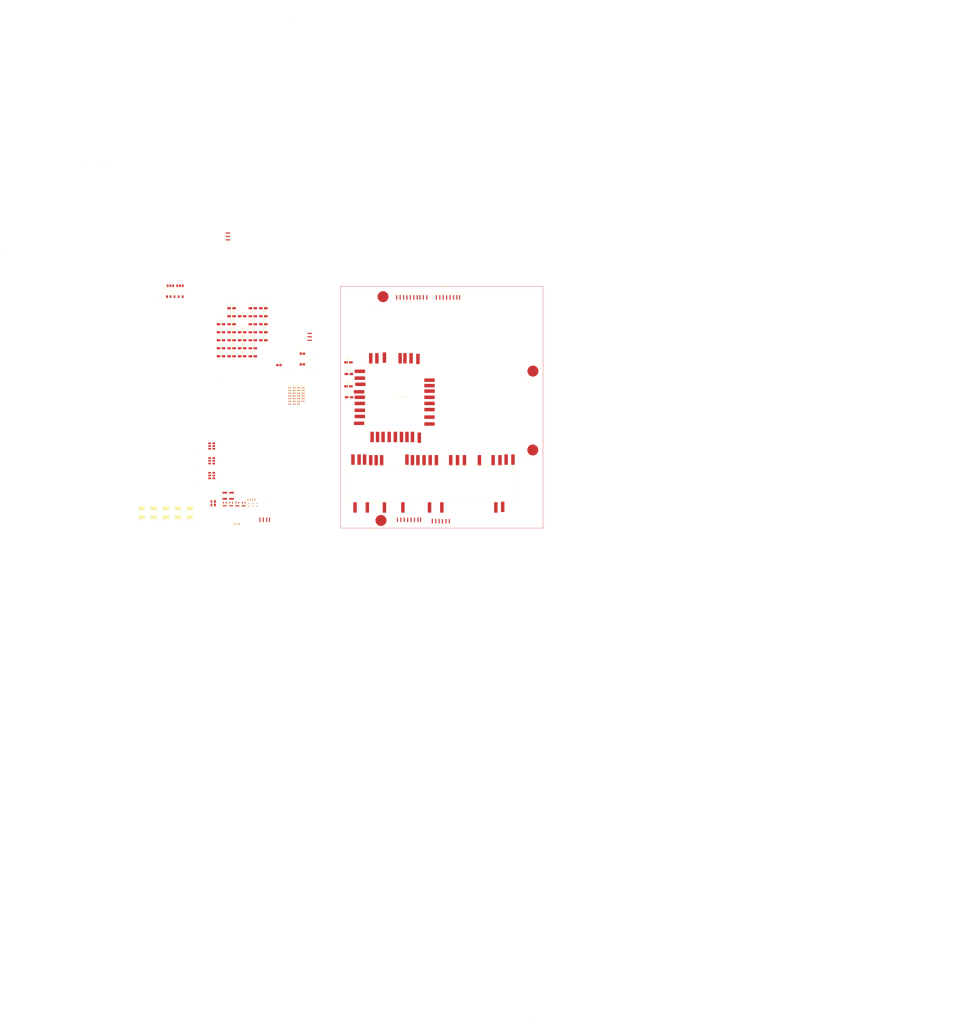
<source format=kicad_pcb>
(kicad_pcb (version 20241229) (generator "pcbnew") (generator_version "9.0")
  (layers (0 "F.Cu" signal) (2 "B.Cu" signal) (13 "F.Paste" user) (15 "B.Paste" user) (5 "F.SilkS" user "F.Silkscreen") (7 "B.SilkS" user "B.Silkscreen") (1 "F.Mask" user) (3 "B.Mask" user) (25 "Edge.Cuts" user))
  (net 0 "")
  (net 1 "GND")
  (net 2 "Net-(U9-AVCC)")
  (net 3 "Net-(U2-VCC)")
  (net 4 "Net-(U2-AVCC)")
  (net 5 "+AREF")
  (net 6 "Net-(U2-PCINT6)")
  (net 7 "Net-(U2-PCINT7)")
  (net 8 "+5V")
  (net 9 "+5V{slash}3v3")
  (net 10 "Net-(U9-PC0)")
  (net 11 "Net-(U9-XTAL1)")
  (net 12 "/+3V3")
  (net 13 "+5V{slash}3V3")
  (net 14 "Net-(C22-Pad1)")
  (net 15 "/AUTORESET")
  (net 16 "Net-(C24-Pad2)")
  (net 17 "/5V USB")
  (net 18 "/USER BUTTON BUF")
  (net 19 "Net-(D7-A)")
  (net 20 "/BUTTON RESET")
  (net 21 "/RX LED")
  (net 22 "Net-(D2-A)")
  (net 23 "Net-(D3-A)")
  (net 24 "/TX LED")
  (net 25 "Net-(D4-A)")
  (net 26 "Net-(D5-A)")
  (net 27 "Net-(D5-K)")
  (net 28 "/USER BUTTON")
  (net 29 "Net-(R5-Pad2)")
  (net 30 "/CLK")
  (net 31 "/TXD")
  (net 32 "/I00")
  (net 33 "/RXD")
  (net 34 "/I01")
  (net 35 "Net-(U9-PB1(PCINT1))")
  (net 36 "Net-(R8-Pad2)")
  (net 37 "Net-(R12-Pad2)")
  (net 38 "3V3")
  (net 39 "Net-(R21-Pad2)")
  (net 40 "Net-(R22-Pad2)")
  (net 41 "/ CON USB N")
  (net 42 "/CON USB P")
  (net 43 "Net-(R23-Pad2)")
  (net 44 "Net-(R27-Pad1)")
  (net 45 "/IO5")
  (net 46 "/106")
  (net 47 "/IO3")
  (net 48 "/IO4")
  (net 49 "/IO7")
  (net 50 "/IO2")
  (net 51 "/IO9")
  (net 52 "/SS")
  (net 53 "/AD1")
  (net 54 "/MISO")
  (net 55 "/IO8")
  (net 56 "/AD0")
  (net 57 "/AD2")
  (net 58 "/AD3")
  (net 59 "/SCL")
  (net 60 "Net-(U2-PCINT3)")
  (net 61 "/SDA")
  (net 64 "Net-(U9-PB4(PCINT4))")
  (net 71 "Net-(U9-PB6)")
  (net 72 "Net-(U9-PB2(PCINT2))")
  (net 73 "Net-(U9-PB3(PCINT3))")
  (net 75 "Net-(U9-PB5(PCINT5))")
  (net 79 "Net-(U13-1-Pad3)")
  (net 80 "Net-(U9-PB7)")
  (net 82 "/SCK")
  (footprint "Capacitor_SMD:CP_Elec_4x3.9" (layer "F.Cu") (at -40.75 30.95)
    (property "Reference" "C22" (at 0 -3.2 0) (layer "F.SilkS"))
    (property "Value" "100n")
    (pad "1" smd roundrect (at -1.8 0) (size 2.6 1.6) (layers "F.Cu" "F.Mask" "F.Paste") (roundrect_rratio 0.15625) (net 14 "Net-(C22-Pad1)"))
    (pad "2" smd roundrect (at 1.8 0) (size 2.6 1.6) (layers "F.Cu" "F.Mask" "F.Paste") (roundrect_rratio 0.15625) (net 1 "GND"))
  )
  (footprint "Resistor_SMD:R_1812_4532Metric_Pad1.30x3.40mm_HandSolder" (layer "F.Cu") (at -61.225 167.9175 90)
    (property "Reference" "Z1" (at 0 -2.65 90) (layer "F.SilkS"))
    (property "Value" "CG063")
    (pad "1" smd roundrect (at -2.225 0 90) (size 1.3 3.4) (layers "F.Cu" "F.Mask" "F.Paste") (roundrect_rratio 0.192308) (net 43 "Net-(R23-Pad2)"))
    (pad "2" smd roundrect (at 2.225 0 90) (size 1.3 3.4) (layers "F.Cu" "F.Mask" "F.Paste") (roundrect_rratio 0.192308) (net 1 "GND"))
  )
  (footprint "Diode_SMD:D_01005_0402Metric_Pad0.57x0.30mm_HandSolder" (layer "F.Cu") (at -52.22 188.56 90)
    (property "Reference" "SW2" (at 0 -1 90) (layer "F.SilkS"))
    (property "Value" "SW_Push_Dual_x2")
    (pad "1" smd roundrect (at -0.3375 0 90) (size 0.575 0.3) (layers "F.Cu" "F.Mask") (net 1 "GND"))
    (pad "2" smd roundrect (at 0.3375 0 90) (size 0.575 0.3) (layers "F.Cu" "F.Mask") (net 28 "/USER BUTTON"))
  )
  (footprint "LED_SMD:LED_0201_0603Metric_Pad0.64x0.40mm_HandSolder" (layer "F.Cu") (at -39.075 170.7875 90)
    (property "Reference" "D5" (at 0 -1.05 90) (layer "F.SilkS"))
    (property "Value" "GREEN LED")
    (pad "1" smd roundrect (at -0.4075 0 90) (size 0.635 0.4) (layers "F.Cu" "F.Mask") (net 27 "Net-(D5-K)"))
    (pad "2" smd roundrect (at 0.4075 0 90) (size 0.635 0.4) (layers "F.Cu" "F.Mask") (net 26 "Net-(D5-A)"))
  )
  (footprint "ARDUINO LIBRARY PCB:crystal" (layer "F.Cu") (at -81.75 188.9 90)
    (property "Reference" "U11" (at 0 -0.5 90) (layer "F.SilkS") (effects (font (thickness 0.1))))
    (property "Value" "~")
  )
  (footprint "ARDUINO LIBRARY PCB:6PINHEADER" (layer "F.Cu") (at -80.3 148.9)
    (property "Reference" "U13" (at 0 -0.5 0) (layer "F.SilkS") (effects (font (thickness 0.1))))
    (property "Value" "~")
    (pad "1" smd roundrect (at 8 -8.5) (size 1.905 1.27) (layers "F.Cu" "F.Mask" "F.Paste") (roundrect_rratio 0.15) (net 73 "Net-(U9-PB3(PCINT3))"))
    (pad "2" smd roundrect (at 11 -8.5) (size 1.905 1.27) (layers "F.Cu" "F.Mask" "F.Paste") (roundrect_rratio 0.15) (net 36 "Net-(R8-Pad2)"))
    (pad "3" smd roundrect (at 8 -6.5) (size 1.905 1.27) (layers "F.Cu" "F.Mask" "F.Paste") (roundrect_rratio 0.15) (net 79 "Net-(U13-1-Pad3)"))
    (pad "4" smd roundrect (at 11 -6.5) (size 1.905 1.27) (layers "F.Cu" "F.Mask" "F.Paste") (roundrect_rratio 0.15) (net 13 "+5V{slash}3V3"))
    (pad "5" smd roundrect (at 8 -4.5) (size 1.905 1.27) (layers "F.Cu" "F.Mask" "F.Paste") (roundrect_rratio 0.15) (net 72 "Net-(U9-PB2(PCINT2))"))
    (pad "6" smd roundrect (at 11 -4.5) (size 1.905 1.27) (layers "F.Cu" "F.Mask" "F.Paste") (roundrect_rratio 0.15) (net 1 "GND"))
  )
  (footprint "Capacitor_SMD:CP_Elec_4x3.9" (layer "F.Cu") (at -48.5 48.5)
    (property "Reference" "C18" (at 0 -3.2 0) (layer "F.SilkS"))
    (property "Value" "1u")
    (pad "1" smd roundrect (at -1.8 0) (size 2.6 1.6) (layers "F.Cu" "F.Mask" "F.Paste") (roundrect_rratio 0.15625) (net 12 "/+3V3"))
    (pad "2" smd roundrect (at 1.8 0) (size 2.6 1.6) (layers "F.Cu" "F.Mask" "F.Paste") (roundrect_rratio 0.15625) (net 1 "GND"))
  )
  (footprint "LED_SMD:LED_0201_0603Metric_Pad0.64x0.40mm_HandSolder" (layer "F.Cu") (at -40.825 170.7875 90)
    (property "Reference" "D4" (at 0 -1.05 90) (layer "F.SilkS"))
    (property "Value" "GREEN LED")
    (pad "1" smd roundrect (at -0.4075 0 90) (size 0.635 0.4) (layers "F.Cu" "F.Mask") (net 1 "GND"))
    (pad "2" smd roundrect (at 0.4075 0 90) (size 0.635 0.4) (layers "F.Cu" "F.Mask") (net 25 "Net-(D4-A)"))
  )
  (footprint "ARDUINO LIBRARY PCB:holes" (layer "F.Cu") (at 49 193)
    (property "Reference" "REF**" (at 0 -0.5 0) (layer "F.SilkS") (effects (font (thickness 0.1))))
    (property "Value" "holes")
    (pad "1" smd circle (at 4 -7) (size 8.062258 8.062258) (layers "F.Cu" "F.Mask" "F.Paste"))
  )
  (footprint "ARDUINO LIBRARY PCB:crystal" (layer "F.Cu") (at -116.95 188.9 90)
    (property "Reference" "U5" (at 261.325 -46.375 90) (layer "F.SilkS") (effects (font (thickness 0.1))))
    (property "Value" "~")
  )
  (footprint "Resistor_SMD:R_0402_1005Metric_Pad0.72x0.64mm_HandSolder" (layer "F.Cu") (at -10.5 95)
    (property "Reference" "R11" (at 0 -1.17 0) (layer "F.SilkS"))
    (property "Value" "10k")
    (pad "1" smd roundrect (at -0.5975 0) (size 0.715 0.64) (layers "F.Cu" "F.Mask" "F.Paste") (net 13 "+5V{slash}3V3"))
    (pad "2" smd roundrect (at 0.5975 0) (size 0.715 0.64) (layers "F.Cu" "F.Mask" "F.Paste") (net 15 "/AUTORESET"))
  )
  (footprint "Resistor_SMD:R_0402_1005Metric_Pad0.72x0.64mm_HandSolder" (layer "F.Cu") (at -4 98.98)
    (property "Reference" "R27" (at 0 -1.17 0) (layer "F.SilkS"))
    (property "Value" "560R")
    (pad "1" smd roundrect (at -0.5975 0) (size 0.715 0.64) (layers "F.Cu" "F.Mask" "F.Paste") (net 44 "Net-(R27-Pad1)"))
    (pad "2" smd roundrect (at 0.5975 0) (size 0.715 0.64) (layers "F.Cu" "F.Mask" "F.Paste") (net 1 "GND"))
  )
  (footprint "LED_SMD:LED_0201_0603Metric_Pad0.64x0.40mm_HandSolder" (layer "F.Cu") (at -44.325 170.7875 90)
    (property "Reference" "D2" (at 0 -1.05 90) (layer "F.SilkS"))
    (property "Value" "ORANGE LED")
    (pad "1" smd roundrect (at -0.4075 0 90) (size 0.635 0.4) (layers "F.Cu" "F.Mask") (net 21 "/RX LED"))
    (pad "2" smd roundrect (at 0.4075 0 90) (size 0.635 0.4) (layers "F.Cu" "F.Mask") (net 22 "Net-(D2-A)"))
  )
  (footprint "Package_TO_SOT_SMD:SOT-23-5" (layer "F.Cu") (at -47.425 174.1375 90)
    (property "Reference" "U27" (at 0 -2.4 90) (layer "F.SilkS"))
    (property "Value" "SN74LVC1G00DBV")
    (pad "1" smd roundrect (at -1.1375 -0.95 90) (size 1.325 0.6) (layers "F.Cu" "F.Mask" "F.Paste") (net 19 "Net-(D7-A)"))
    (pad "2" smd roundrect (at -1.1375 0 90) (size 1.325 0.6) (layers "F.Cu" "F.Mask" "F.Paste") (net 19 "Net-(D7-A)"))
    (pad "3" smd roundrect (at -1.1375 0.95 90) (size 1.325 0.6) (layers "F.Cu" "F.Mask" "F.Paste") (net 1 "GND"))
    (pad "4" smd roundrect (at 1.1375 0.95 90) (size 1.325 0.6) (layers "F.Cu" "F.Mask" "F.Paste") (net 1 "GND"))
    (pad "5" smd roundrect (at 1.1375 -0.95 90) (size 1.325 0.6) (layers "F.Cu" "F.Mask" "F.Paste") (net 13 "+5V{slash}3V3"))
  )
  (footprint "Diode_SMD:D_01005_0402Metric_Pad0.57x0.30mm_HandSolder" (layer "F.Cu") (at -53.87 188.56 90)
    (property "Reference" "SW1" (at 0 -1 90) (layer "F.SilkS"))
    (property "Value" "SW_Push_Dual_x2")
    (pad "1" smd roundrect (at -0.3375 0 90) (size 0.575 0.3) (layers "F.Cu" "F.Mask") (net 1 "GND"))
    (pad "2" smd roundrect (at 0.3375 0 90) (size 0.575 0.3) (layers "F.Cu" "F.Mask") (net 20 "/BUTTON RESET"))
  )
  (footprint "LED_SMD:LED_0201_0603Metric_Pad0.64x0.40mm_HandSolder" (layer "F.Cu") (at -42.575 170.7875 90)
    (property "Reference" "D3" (at 0 -1.05 90) (layer "F.SilkS"))
    (property "Value" "ORANGE LED")
    (pad "1" smd roundrect (at -0.4075 0 90) (size 0.635 0.4) (layers "F.Cu" "F.Mask") (net 24 "/TX LED"))
    (pad "2" smd roundrect (at 0.4075 0 90) (size 0.635 0.4) (layers "F.Cu" "F.Mask") (net 23 "Net-(D3-A)"))
  )
  (footprint "Capacitor_SMD:CP_Elec_4x3.9" (layer "F.Cu") (at -56.25 66.05)
    (property "Reference" "C14" (at 0 -3.2 0) (layer "F.SilkS"))
    (property "Value" "18p")
    (pad "1" smd roundrect (at -1.8 0) (size 2.6 1.6) (layers "F.Cu" "F.Mask" "F.Paste") (roundrect_rratio 0.15625) (net 1 "GND"))
    (pad "2" smd roundrect (at 1.8 0) (size 2.6 1.6) (layers "F.Cu" "F.Mask" "F.Paste") (roundrect_rratio 0.15625) (net 11 "Net-(U9-XTAL1)"))
  )
  (footprint "Capacitor_SMD:CP_Elec_4x3.9" (layer "F.Cu") (at -40.75 54.35)
    (property "Reference" "C26" (at 0 -3.2 0) (layer "F.SilkS"))
    (property "Value" "100n")
    (pad "1" smd roundrect (at -1.8 0) (size 2.6 1.6) (layers "F.Cu" "F.Mask" "F.Paste") (roundrect_rratio 0.15625) (net 13 "+5V{slash}3V3"))
    (pad "2" smd roundrect (at 1.8 0) (size 2.6 1.6) (layers "F.Cu" "F.Mask" "F.Paste") (roundrect_rratio 0.15625) (net 1 "GND"))
  )
  (footprint "Resistor_SMD:R_0402_1005Metric_Pad0.72x0.64mm_HandSolder" (layer "F.Cu") (at -13.75 91.02)
    (property "Reference" "R2" (at 0 -1.17 0) (layer "F.SilkS"))
    (property "Value" "1M")
    (pad "1" smd roundrect (at -0.5975 0) (size 0.715 0.64) (layers "F.Cu" "F.Mask" "F.Paste") (net 7 "Net-(U2-PCINT7)"))
    (pad "2" smd roundrect (at 0.5975 0) (size 0.715 0.64) (layers "F.Cu" "F.Mask" "F.Paste") (net 6 "Net-(U2-PCINT6)"))
  )
  (footprint "Capacitor_SMD:CP_Elec_4x3.9" (layer "F.Cu") (at -33 42.65)
    (property "Reference" "C31" (at 0 -3.2 0) (layer "F.SilkS"))
    (property "Value" "100n")
    (pad "1" smd roundrect (at -1.8 0) (size 2.6 1.6) (layers "F.Cu" "F.Mask" "F.Paste") (roundrect_rratio 0.15625) (net 18 "/USER BUTTON BUF"))
    (pad "2" smd roundrect (at 1.8 0) (size 2.6 1.6) (layers "F.Cu" "F.Mask" "F.Paste") (roundrect_rratio 0.15625) (net 1 "GND"))
  )
  (footprint "Capacitor_SMD:CP_Elec_4x3.9" (layer "F.Cu") (at -56.25 42.65)
    (property "Reference" "C10" (at 0 -3.2 0) (layer "F.SilkS"))
    (property "Value" "100n")
    (pad "1" smd roundrect (at -1.8 0) (size 2.6 1.6) (layers "F.Cu" "F.Mask" "F.Paste") (roundrect_rratio 0.15625) (net 9 "+5V{slash}3v3"))
    (pad "2" smd roundrect (at 1.8 0) (size 2.6 1.6) (layers "F.Cu" "F.Mask" "F.Paste") (roundrect_rratio 0.15625) (net 1 "GND"))
  )
  (footprint "Resistor_SMD:R_1812_4532Metric_Pad1.30x3.40mm_HandSolder" (layer "F.Cu") (at -56.275 167.9175 90)
    (property "Reference" "Z2" (at 0 -2.65 90) (layer "F.SilkS"))
    (property "Value" "CG063")
    (pad "1" smd roundrect (at -2.225 0 90) (size 1.3 3.4) (layers "F.Cu" "F.Mask" "F.Paste") (roundrect_rratio 0.192308) (net 43 "Net-(R23-Pad2)"))
    (pad "2" smd roundrect (at 2.225 0 90) (size 1.3 3.4) (layers "F.Cu" "F.Mask" "F.Paste") (roundrect_rratio 0.192308) (net 1 "GND"))
  )
  (footprint "ARDUINO LIBRARY PCB:6PINHEADER" (layer "F.Cu") (at -80.3 138.1)
    (property "Reference" "U12" (at 0 -0.5 0) (layer "F.SilkS") (effects (font (thickness 0.1))))
    (property "Value" "~")
    (pad "1" smd roundrect (at 8 -8.5) (size 1.905 1.27) (layers "F.Cu" "F.Mask" "F.Paste") (roundrect_rratio 0.15) (net 54 "/MISO"))
    (pad "2" smd roundrect (at 11 -8.5) (size 1.905 1.27) (layers "F.Cu" "F.Mask" "F.Paste") (roundrect_rratio 0.15))
    (pad "3" smd roundrect (at 8 -6.5) (size 1.905 1.27) (layers "F.Cu" "F.Mask" "F.Paste") (roundrect_rratio 0.15) (net 1 "GND"))
    (pad "4" smd roundrect (at 11 -6.5) (size 1.905 1.27) (layers "F.Cu" "F.Mask" "F.Paste") (roundrect_rratio 0.15) (net 60 "Net-(U2-PCINT3)"))
    (pad "5" smd roundrect (at 8 -4.5) (size 1.905 1.27) (layers "F.Cu" "F.Mask" "F.Paste") (roundrect_rratio 0.15) (net 9 "+5V{slash}3v3"))
    (pad "6" smd roundrect (at 11 -4.5) (size 1.905 1.27) (layers "F.Cu" "F.Mask" "F.Paste") (roundrect_rratio 0.15) (net 1 "GND"))
  )
  (footprint "Capacitor_SMD:CP_Elec_4x3.9" (layer "F.Cu") (at -48.5 66.05)
    (property "Reference" "C21" (at 0 -3.2 0) (layer "F.SilkS"))
    (property "Value" "10uf/16v")
    (pad "1" smd roundrect (at -1.8 0) (size 2.6 1.6) (layers "F.Cu" "F.Mask" "F.Paste") (roundrect_rratio 0.15625) (net 13 "+5V{slash}3V3"))
    (pad "2" smd roundrect (at 1.8 0) (size 2.6 1.6) (layers "F.Cu" "F.Mask" "F.Paste") (roundrect_rratio 0.15625) (net 1 "GND"))
  )
  (footprint "Resistor_SMD:R_0402_1005Metric_Pad0.72x0.64mm_HandSolder" (layer "F.Cu") (at -13.75 100.97)
    (property "Reference" "R7" (at 0 -1.17 0) (layer "F.SilkS"))
    (property "Value" "10k")
    (pad "1" smd roundrect (at -0.5975 0) (size 0.715 0.64) (layers "F.Cu" "F.Mask" "F.Paste") (net 34 "/I01"))
    (pad "2" smd roundrect (at 0.5975 0) (size 0.715 0.64) (layers "F.Cu" "F.Mask" "F.Paste") (net 33 "/RXD"))
  )
  (footprint "Capacitor_SMD:CP_Elec_4x3.9" (layer "F.Cu") (at -56.25 48.5)
    (property "Reference" "C11" (at 0 -3.2 0) (layer "F.SilkS"))
    (property "Value" "100n")
    (pad "1" smd roundrect (at -1.8 0) (size 2.6 1.6) (layers "F.Cu" "F.Mask" "F.Paste") (roundrect_rratio 0.15625) (net 9 "+5V{slash}3v3"))
    (pad "2" smd roundrect (at 1.8 0) (size 2.6 1.6) (layers "F.Cu" "F.Mask" "F.Paste") (roundrect_rratio 0.15625) (net 1 "GND"))
  )
  (footprint "Capacitor_SMD:CP_Elec_4x3.9" (layer "F.Cu") (at -56.25 36.8)
    (property "Reference" "C9" (at 0 -3.2 0) (layer "F.SilkS"))
    (property "Value" "100n")
    (pad "1" smd roundrect (at -1.8 0) (size 2.6 1.6) (layers "F.Cu" "F.Mask" "F.Paste") (roundrect_rratio 0.15625) (net 8 "+5V"))
    (pad "2" smd roundrect (at 1.8 0) (size 2.6 1.6) (layers "F.Cu" "F.Mask" "F.Paste") (roundrect_rratio 0.15625) (net 1 "GND"))
  )
  (footprint "Capacitor_SMD:CP_Elec_4x3.9" (layer "F.Cu") (at -48.5 54.35)
    (property "Reference" "C19" (at 0 -3.2 0) (layer "F.SilkS"))
    (property "Value" "10uf/16v")
    (pad "1" smd roundrect (at -1.8 0) (size 2.6 1.6) (layers "F.Cu" "F.Mask" "F.Paste") (roundrect_rratio 0.15625) (net 9 "+5V{slash}3v3"))
    (pad "2" smd roundrect (at 1.8 0) (size 2.6 1.6) (layers "F.Cu" "F.Mask" "F.Paste") (roundrect_rratio 0.15625) (net 1 "GND"))
  )
  (footprint "Diode_SMD:D_SOD-323F" (layer "F.Cu") (at -43.725 174.5425 90)
    (property "Reference" "D1" (at 0 -1.85 90) (layer "F.SilkS"))
    (property "Value" "BAT54J")
    (pad "1" smd roundrect (at -1.1 0 90) (size 0.5 0.5) (layers "F.Cu" "F.Mask" "F.Paste") (net 13 "+5V{slash}3V3"))
    (pad "2" smd roundrect (at 1.1 0 90) (size 0.5 0.5) (layers "F.Cu" "F.Mask" "F.Paste") (net 20 "/BUTTON RESET"))
  )
  (footprint "Package_TO_SOT_SMD:SOT-23-5" (layer "F.Cu") (at -61.3 174.1375 90)
    (property "Reference" "U14" (at 0 -2.4 90) (layer "F.SilkS"))
    (property "Value" "SN74LVC1G00DBV")
    (pad "1" smd roundrect (at -1.1375 -0.95 90) (size 1.325 0.6) (layers "F.Cu" "F.Mask" "F.Paste") (net 15 "/AUTORESET"))
    (pad "2" smd roundrect (at -1.1375 0 90) (size 1.325 0.6) (layers "F.Cu" "F.Mask" "F.Paste") (net 14 "Net-(C22-Pad1)"))
    (pad "3" smd roundrect (at -1.1375 0.95 90) (size 1.325 0.6) (layers "F.Cu" "F.Mask" "F.Paste") (net 1 "GND"))
    (pad "4" smd roundrect (at 1.1375 0.95 90) (size 1.325 0.6) (layers "F.Cu" "F.Mask" "F.Paste") (net 1 "GND"))
    (pad "5" smd roundrect (at 1.1375 -0.95 90) (size 1.325 0.6) (layers "F.Cu" "F.Mask" "F.Paste") (net 13 "+5V{slash}3V3"))
  )
  (footprint "Resistor_SMD:R_0402_1005Metric_Pad0.72x0.64mm_HandSolder" (layer "F.Cu") (at -4 95)
    (property "Reference" "R25" (at 0 -1.17 0) (layer "F.SilkS"))
    (property "Value" "22r")
    (pad "1" smd roundrect (at -0.5975 0) (size 0.715 0.64) (layers "F.Cu" "F.Mask" "F.Paste") (net 28 "/USER BUTTON"))
    (pad "2" smd roundrect (at 0.5975 0) (size 0.715 0.64) (layers "F.Cu" "F.Mask" "F.Paste") (net 18 "/USER BUTTON BUF"))
  )
  (footprint "Diode_SMD:D_SOD-323F" (layer "F.Cu") (at -40.775 174.5425 90)
    (property "Reference" "D6" (at 0 -1.85 90) (layer "F.SilkS"))
    (property "Value" "BAT54J")
    (pad "1" smd roundrect (at -1.1 0 90) (size 0.5 0.5) (layers "F.Cu" "F.Mask" "F.Paste") (net 13 "+5V{slash}3V3"))
    (pad "2" smd roundrect (at 1.1 0 90) (size 0.5 0.5) (layers "F.Cu" "F.Mask" "F.Paste") (net 28 "/USER BUTTON"))
  )
  (footprint "ARDUINO LIBRARY PCB:ATMEGA16U2" (layer "F.Cu") (at -66 83.5)
    (property "Reference" "U9" (at 0 -0.5 0) (layer "F.SilkS") (effects (font (thickness 0.1))))
    (property "Value" "~")
    (fp_text user "ATMEGA16U2" (at 129 12.875 0) (layer "F.SilkS") (effects (font (thickness 0.1)) (justify left bottom)))
    (pad "1" smd roundrect (at 103.5 -1.5 180) (size 7.62 2.54) (layers "F.Cu" "F.Mask" "F.Paste") (roundrect_rratio 0.15) (net 11 "Net-(U9-XTAL1)"))
    (pad "2" smd roundrect (at 104 3) (size 7.62 2.54) (layers "F.Cu" "F.Mask" "F.Paste") (roundrect_rratio 0.15) (net 10 "Net-(U9-PC0)"))
    (pad "3" smd roundrect (at 133 -16 270) (size 7.62 2.54) (layers "F.Cu" "F.Mask" "F.Paste") (roundrect_rratio 0.15) (net 1 "GND"))
    (pad "4" smd roundrect (at 147 42 90) (size 7.62 2.54) (layers "F.Cu" "F.Mask" "F.Paste") (roundrect_rratio 0.15) (net 2 "Net-(U9-AVCC)"))
    (pad "5" smd roundrect (at 103 31.5 180) (size 7.62 2.54) (layers "F.Cu" "F.Mask" "F.Paste") (roundrect_rratio 0.15))
    (pad "6" smd roundrect (at 154.5 32 180) (size 7.62 2.54) (layers "F.Cu" "F.Mask" "F.Paste") (roundrect_rratio 0.15))
    (pad "7" smd roundrect (at 154.5 27 180) (size 7.62 2.54) (layers "F.Cu" "F.Mask" "F.Paste") (roundrect_rratio 0.15) (net 35 "Net-(U9-PB1(PCINT1))"))
    (pad "8" smd roundrect (at 154.5 21.5) (size 7.62 2.54) (layers "F.Cu" "F.Mask" "F.Paste") (roundrect_rratio 0.15) (net 72 "Net-(U9-PB2(PCINT2))"))
    (pad "9" smd roundrect (at 154.5 17) (size 7.62 2.54) (layers "F.Cu" "F.Mask" "F.Paste") (roundrect_rratio 0.15) (net 73 "Net-(U9-PB3(PCINT3))"))
    (pad "10" smd roundrect (at 154.5 12.5) (size 7.62 2.54) (layers "F.Cu" "F.Mask" "F.Paste") (roundrect_rratio 0.15) (net 64 "Net-(U9-PB4(PCINT4))"))
    (pad "11" smd roundrect (at 154.5 8) (size 7.62 2.54) (layers "F.Cu" "F.Mask" "F.Paste") (roundrect_rratio 0.15) (net 75 "Net-(U9-PB5(PCINT5))"))
    (pad "12" smd roundrect (at 154.5 4) (size 7.62 2.54) (layers "F.Cu" "F.Mask" "F.Paste") (roundrect_rratio 0.15))
    (pad "13" smd roundrect (at 154.5 0) (size 7.62 2.54) (layers "F.Cu" "F.Mask" "F.Paste") (roundrect_rratio 0.15))
    (pad "14" smd roundrect (at 142 41.5 270) (size 7.62 2.54) (layers "F.Cu" "F.Mask" "F.Paste") (roundrect_rratio 0.15))
    (pad "15" smd roundrect (at 138 41.5 270) (size 7.62 2.54) (layers "F.Cu" "F.Mask" "F.Paste") (roundrect_rratio 0.15))
    (pad "16" smd roundrect (at 134 41.5 90) (size 7.62 2.54) (layers "F.Cu" "F.Mask" "F.Paste") (roundrect_rratio 0.15) (net 33 "/RXD"))
    (pad "17" smd roundrect (at 129.5 41.5 90) (size 7.62 2.54) (layers "F.Cu" "F.Mask" "F.Paste") (roundrect_rratio 0.15) (net 31 "/TXD"))
    (pad "18" smd roundrect (at 125 41.5 90) (size 7.62 2.54) (layers "F.Cu" "F.Mask" "F.Paste") (roundrect_rratio 0.15) (net 21 "/RX LED"))
    (pad "19" smd roundrect (at 120.5 41.5 90) (size 7.62 2.54) (layers "F.Cu" "F.Mask" "F.Paste") (roundrect_rratio 0.15) (net 24 "/TX LED"))
    (pad "20" smd roundrect (at 116.5 41.5 90) (size 7.62 2.54) (layers "F.Cu" "F.Mask" "F.Paste") (roundrect_rratio 0.15))
    (pad "21" smd roundrect (at 112.5 41.5 90) (size 7.62 2.54) (layers "F.Cu" "F.Mask" "F.Paste") (roundrect_rratio 0.15) (net 1 "GND"))
    (pad "22" smd roundrect (at 103.5 12.5) (size 7.62 2.54) (layers "F.Cu" "F.Mask" "F.Paste") (roundrect_rratio 0.15))
    (pad "23" smd roundrect (at 103.5 17 180) (size 7.62 2.54) (layers "F.Cu" "F.Mask" "F.Paste") (roundrect_rratio 0.15))
    (pad "24" smd roundrect (at 103 8.5) (size 7.62 2.54) (layers "F.Cu" "F.Mask" "F.Paste") (roundrect_rratio 0.15) (net 1 "GND"))
    (pad "25" smd roundrect (at 103.5 22 180) (size 7.62 2.54) (layers "F.Cu" "F.Mask" "F.Paste") (roundrect_rratio 0.15))
    (pad "26" smd roundrect (at 103.5 26.5 180) (size 7.62 2.54) (layers "F.Cu" "F.Mask" "F.Paste") (roundrect_rratio 0.15))
    (pad "27" smd roundrect (at 146 -15.5 90) (size 7.62 2.54) (layers "F.Cu" "F.Mask" "F.Paste") (roundrect_rratio 0.15) (net 12 "/+3V3"))
    (pad "28" smd roundrect (at 121.5 -16.5 90) (size 7.62 2.54) (layers "F.Cu" "F.Mask" "F.Paste") (roundrect_rratio 0.15) (net 1 "GND"))
    (pad "29" smd roundrect (at 116 -16 90) (size 7.62 2.54) (layers "F.Cu" "F.Mask" "F.Paste") (roundrect_rratio 0.15) (net 41 "/ CON USB N"))
    (pad "30" smd roundrect (at 136.5 -16 90) (size 7.62 2.54) (layers "F.Cu" "F.Mask" "F.Paste") (roundrect_rratio 0.15) (net 42 "/CON USB P"))
    (pad "31" smd roundrect (at 141 -16 90) (size 7.62 2.54) (layers "F.Cu" "F.Mask" "F.Paste") (roundrect_rratio 0.15) (net 8 "+5V"))
    (pad "32" smd roundrect (at 103.5 -6.5 180) (size 7.62 2.54) (layers "F.Cu" "F.Mask" "F.Paste") (roundrect_rratio 0.15) (net 2 "Net-(U9-AVCC)"))
    (pad "33" smd roundrect (at 111.5 -16 90) (size 7.62 2.54) (layers "F.Cu" "F.Mask" "F.Paste") (roundrect_rratio 0.15) (net 71 "Net-(U9-PB6)"))
  )
  (footprint "ARDUINO LIBRARY PCB:6 pin header" (layer "F.Cu") (at 105 194 90)
    (property "Reference" "U3" (hide yes))
    (property "Value" "~" (hide yes))
    (pad "1" smd roundrect (at 7.5 -14.5) (size 0.75 3.3) (layers "F.Cu" "F.Mask" "F.Paste") (roundrect_rratio 0.15) (net 56 "/AD0"))
    (pad "2" smd roundrect (at 7.5 -12) (size 0.75 3.3) (layers "F.Cu" "F.Mask" "F.Paste") (roundrect_rratio 0.15) (net 53 "/AD1"))
    (pad "3" smd roundrect (at 7.5 -9.5) (size 0.75 3.3) (layers "F.Cu" "F.Mask" "F.Paste") (roundrect_rratio 0.15) (net 57 "/AD2"))
    (pad "4" smd roundrect (at 7.35 -7) (size 0.75 3.3) (layers "F.Cu" "F.Mask" "F.Paste") (roundrect_rratio 0.15) (net 58 "/AD3"))
    (pad "5" smd roundrect (at 7.5 -4.5) (size 0.75 3.3) (layers "F.Cu" "F.Mask" "F.Paste") (roundrect_rratio 0.15) (net 61 "/SDA"))
    (pad "6" smd roundrect (at 7.5 -2) (size 0.75 3.3) (layers "F.Cu" "F.Mask" "F.Paste") (roundrect_rratio 0.15) (net 59 "/SCL"))
  )
  (footprint "Capacitor_SMD:CP_Elec_4x3.9" (layer "F.Cu") (at 29.2 88)
    (property "Reference" "C15" (at 0 -3.2 0) (layer "F.SilkS"))
    (property "Value" "10uf/16v")
    (pad "1" smd roundrect (at -1.8 0) (size 2.6 1.6) (layers "F.Cu" "F.Mask" "F.Paste") (roundrect_rratio 0.15625) (net 2 "Net-(U9-AVCC)"))
    (pad "2" smd roundrect (at 1.8 0) (size 2.6 1.6) (layers "F.Cu" "F.Mask" "F.Paste") (roundrect_rratio 0.15625) (net 1 "GND"))
  )
  (footprint "Capacitor_SMD:CP_Elec_4x3.9" (layer "F.Cu") (at -56.25 60.2)
    (property "Reference" "C13" (at 0 -3.2 0) (layer "F.SilkS"))
    (property "Value" "18p")
    (pad "1" smd roundrect (at -1.8 0) (size 2.6 1.6) (layers "F.Cu" "F.Mask" "F.Paste") (roundrect_rratio 0.15625) (net 1 "GND"))
    (pad "2" smd roundrect (at 1.8 0) (size 2.6 1.6) (layers "F.Cu" "F.Mask" "F.Paste") (roundrect_rratio 0.15625) (net 10 "Net-(U9-PC0)"))
  )
  (footprint "ARDUINO LIBRARY PCB:holes" (layer "F.Cu") (at 160 141.5)
    (property "Reference" "REF**" (at 0 -0.5 0) (layer "F.SilkS") (effects (font (thickness 0.1))))
    (property "Value" "holes")
    (pad "1" smd circle (at 4 -7) (size 8.062258 8.062258) (layers "F.Cu" "F.Mask" "F.Paste"))
  )
  (footprint "Diode_SMD:D_SOD-323F" (layer "F.Cu") (at -37.825 174.5425 90)
    (property "Reference" "D7" (at 0 -1.85 90) (layer "F.SilkS"))
    (property "Value" "BAT54J")
    (pad "1" smd roundrect (at -1.1 0 90) (size 0.5 0.5) (layers "F.Cu" "F.Mask" "F.Paste") (net 13 "+5V{slash}3V3"))
    (pad "2" smd roundrect (at 1.1 0 90) (size 0.5 0.5) (layers "F.Cu" "F.Mask" "F.Paste") (net 19 "Net-(D7-A)"))
  )
  (footprint "Capacitor_SMD:CP_Elec_4x3.9" (layer "F.Cu") (at -64 60.2)
    (property "Reference" "C6" (at 0 -3.2 0) (layer "F.SilkS"))
    (property "Value" "100n")
    (pad "1" smd roundrect (at -1.8 0) (size 2.6 1.6) (layers "F.Cu" "F.Mask" "F.Paste") (roundrect_rratio 0.15625) (net 5 "+AREF"))
    (pad "2" smd roundrect (at 1.8 0) (size 2.6 1.6) (layers "F.Cu" "F.Mask" "F.Paste") (roundrect_rratio 0.15625) (net 1 "GND"))
  )
  (footprint "ARDUINO LIBRARY PCB:MICRRO USB" (layer "F.Cu") (at -113 27.5)
    (property "Reference" "U21" (at 0 -0.5 0) (layer "F.SilkS") (effects (font (thickness 0.1))))
    (property "Value" "~")
    (fp_text user "USB" (at 13 -7 0) (layer "F.SilkS") (effects (font (thickness 0.1)) (justify left bottom)))
    (pad "1" smd roundrect (at 9.5 -5 90) (size 1.905 1.27) (layers "F.Cu" "F.Mask" "F.Paste") (roundrect_rratio 0.15) (net 1 "GND"))
    (pad "2" smd roundrect (at 12 -5 90) (size 1.905 1.27) (layers "F.Cu" "F.Mask" "F.Paste") (roundrect_rratio 0.15) (net 39 "Net-(R21-Pad2)"))
    (pad "3" smd roundrect (at 15 -5 90) (size 1.905 1.27) (layers "F.Cu" "F.Mask" "F.Paste") (roundrect_rratio 0.15) (net 43 "Net-(R23-Pad2)"))
    (pad "4" smd roundrect (at 18 -5 90) (size 1.905 1.27) (layers "F.Cu" "F.Mask" "F.Paste") (roundrect_rratio 0.15) (net 40 "Net-(R22-Pad2)"))
    (pad "5" smd roundrect (at 21 -5 90) (size 1.905 1.27) (layers "F.Cu" "F.Mask" "F.Paste") (roundrect_rratio 0.15) (net 17 "/5V USB"))
    (pad "8" smd roundrect (at 10 -13 270) (size 1.905 1.27) (layers "F.Cu" "F.Mask" "F.Paste") (roundrect_rratio 0.15) (net 1 "GND"))
    (pad "9" smd roundrect (at 12 -13 270) (size 1.905 1.27) (layers "F.Cu" "F.Mask" "F.Paste") (roundrect_rratio 0.15) (net 1 "GND"))
    (pad "10" smd roundrect (at 14 -13 270) (size 1.905 1.27) (layers "F.Cu" "F.Mask" "F.Paste") (roundrect_rratio 0.15) (net 1 "GND"))
    (pad "11" smd roundrect (at 17 -13 270) (size 1.905 1.27) (layers "F.Cu" "F.Mask" "F.Paste") (roundrect_rratio 0.15) (net 1 "GND"))
    (pad "12" smd roundrect (at 19 -13 270) (size 1.905 1.27) (layers "F.Cu" "F.Mask" "F.Paste") (roundrect_rratio 0.15))
    (pad "13" smd roundrect (at 21 -13 270) (size 1.905 1.27) (layers "F.Cu" "F.Mask" "F.Paste") (roundrect_rratio 0.15))
  )
  (footprint "Resistor_SMD:R_0402_1005Metric_Pad0.72x0.64mm_HandSolder" (layer "F.Cu") (at -7.25 91.02)
    (property "Reference" "R16" (at 0 -1.17 0) (layer "F.SilkS"))
    (property "Value" "550R")
    (pad "1" smd roundrect (at -0.5975 0) (size 0.715 0.64) (layers "F.Cu" "F.Mask" "F.Paste") (net 8 "+5V"))
    (pad "2" smd roundrect (at 0.5975 0) (size 0.715 0.64) (layers "F.Cu" "F.Mask" "F.Paste") (net 25 "Net-(D4-A)"))
  )
  (footprint "Capacitor_SMD:CP_Elec_4x3.9" (layer "F.Cu") (at -64 66.05)
    (property "Reference" "C7" (at 0 -3.2 0) (layer "F.SilkS"))
    (property "Value" "18p")
    (pad "1" smd roundrect (at -1.8 0) (size 2.6 1.6) (layers "F.Cu" "F.Mask" "F.Paste") (roundrect_rratio 0.15625) (net 1 "GND"))
    (pad "2" smd roundrect (at 1.8 0) (size 2.6 1.6) (layers "F.Cu" "F.Mask" "F.Paste") (roundrect_rratio 0.15625) (net 6 "Net-(U2-PCINT6)"))
  )
  (footprint "ARDUINO LIBRARY PCB:6PINHEADER" (layer "F.Cu") (at -80.3 159.7)
    (property "Reference" "U19" (at 0 -0.5 0) (layer "F.SilkS") (effects (font (thickness 0.1))))
    (property "Value" "~")
    (pad "1" smd roundrect (at 8 -8.5) (size 1.905 1.27) (layers "F.Cu" "F.Mask" "F.Paste") (roundrect_rratio 0.15) (net 13 "+5V{slash}3V3"))
    (pad "2" smd roundrect (at 11 -8.5) (size 1.905 1.27) (layers "F.Cu" "F.Mask" "F.Paste") (roundrect_rratio 0.15) (net 13 "+5V{slash}3V3"))
    (pad "3" smd roundrect (at 8 -6.5) (size 1.905 1.27) (layers "F.Cu" "F.Mask" "F.Paste") (roundrect_rratio 0.15) (net 1 "GND"))
    (pad "4" smd roundrect (at 11 -6.5) (size 1.905 1.27) (layers "F.Cu" "F.Mask" "F.Paste") (roundrect_rratio 0.15) (net 13 "+5V{slash}3V3"))
    (pad "5" smd roundrect (at 8 -4.5) (size 1.905 1.27) (layers "F.Cu" "F.Mask" "F.Paste") (roundrect_rratio 0.15) (net 13 "+5V{slash}3V3"))
    (pad "6" smd roundrect (at 11 -4.5) (size 1.905 1.27) (layers "F.Cu" "F.Mask" "F.Paste") (roundrect_rratio 0.15) (net 1 "GND"))
  )
  (footprint "Capacitor_SMD:CP_Elec_4x3.9" (layer "F.Cu") (at -33 48.5)
    (property "Reference" "C33" (at 0 -3.2 0) (layer "F.SilkS"))
    (property "Value" "100n")
    (pad "1" smd roundrect (at -1.8 0) (size 2.6 1.6) (layers "F.Cu" "F.Mask" "F.Paste") (roundrect_rratio 0.15625) (net 13 "+5V{slash}3V3"))
    (pad "2" smd roundrect (at 1.8 0) (size 2.6 1.6) (layers "F.Cu" "F.Mask" "F.Paste") (roundrect_rratio 0.15625) (net 1 "GND"))
  )
  (footprint "Resistor_SMD:R_0402_1005Metric_Pad0.72x0.64mm_HandSolder" (layer "F.Cu") (at -7.25 98.98)
    (property "Reference" "R20" (at 0 -1.17 0) (layer "F.SilkS"))
    (property "Value" "100k")
    (pad "1" smd roundrect (at -0.5975 0) (size 0.715 0.64) (layers "F.Cu" "F.Mask" "F.Paste") (net 9 "+5V{slash}3v3"))
    (pad "2" smd roundrect (at 0.5975 0) (size 0.715 0.64) (layers "F.Cu" "F.Mask" "F.Paste") (net 1 "GND"))
  )
  (footprint "Resistor_SMD:R_0402_1005Metric_Pad0.72x0.64mm_HandSolder" (layer "F.Cu") (at -7.25 93.01)
    (property "Reference" "R17" (at 0 -1.17 0) (layer "F.SilkS"))
    (property "Value" "550R")
    (pad "1" smd roundrect (at -0.5975 0) (size 0.715 0.64) (layers "F.Cu" "F.Mask" "F.Paste") (net 27 "Net-(D5-K)"))
    (pad "2" smd roundrect (at 0.5975 0) (size 0.715 0.64) (layers "F.Cu" "F.Mask" "F.Paste") (net 13 "+5V{slash}3V3"))
  )
  (footprint "Resistor_SMD:R_0402_1005Metric_Pad0.72x0.64mm_HandSolder" (layer "F.Cu") (at -13.75 89.03)
    (property "Reference" "R1" (at 0 -1.17 0) (layer "F.SilkS"))
    (property "Value" "10k")
    (pad "1" smd roundrect (at -0.5975 0) (size 0.715 0.64) (layers "F.Cu" "F.Mask" "F.Paste") (net 1 "GND"))
    (pad "2" smd roundrect (at 0.5975 0) (size 0.715 0.64) (layers "F.Cu" "F.Mask" "F.Paste") (net 13 "+5V{slash}3V3"))
  )
  (footprint "Resistor_SMD:R_0402_1005Metric_Pad0.72x0.64mm_HandSolder" (layer "F.Cu") (at -7.25 89.03)
    (property "Reference" "R15" (at 0 -1.17 0) (layer "F.SilkS"))
    (property "Value" "550R")
    (pad "1" smd roundrect (at -0.5975 0) (size 0.715 0.64) (layers "F.Cu" "F.Mask" "F.Paste") (net 8 "+5V"))
    (pad "2" smd roundrect (at 0.5975 0) (size 0.715 0.64) (layers "F.Cu" "F.Mask" "F.Paste") (net 25 "Net-(D4-A)"))
  )
  (footprint "ARDUINO LIBRARY PCB:8 pin header" (layer "F.Cu") (at 73.5 178 90)
    (property "Reference" "U1" (at 0 -0.5 90) (layer "F.SilkS") (effects (font (thickness 0.1))))
    (property "Value" "~")
    (pad "1" smd roundrect (at -7.5 -8.5) (size 0.75 3.3) (layers "F.Cu" "F.Mask" "F.Paste") (roundrect_rratio 0.15) (net 32 "/I00"))
    (pad "2" smd roundrect (at -7.5 -6) (size 0.75 3.3) (layers "F.Cu" "F.Mask" "F.Paste") (roundrect_rratio 0.15) (net 34 "/I01"))
    (pad "3" smd roundrect (at -7.5 -3.5) (size 0.75 3.3) (layers "F.Cu" "F.Mask" "F.Paste") (roundrect_rratio 0.15) (net 50 "/IO2"))
    (pad "4" smd roundrect (at -7.65 -1) (size 0.75 3.3) (layers "F.Cu" "F.Mask" "F.Paste") (roundrect_rratio 0.15) (net 47 "/IO3"))
    (pad "5" smd roundrect (at -7.5 1.5) (size 0.75 3.3) (layers "F.Cu" "F.Mask" "F.Paste") (roundrect_rratio 0.15) (net 48 "/IO4"))
    (pad "6" smd roundrect (at -7.5 4) (size 0.75 3.3) (layers "F.Cu" "F.Mask" "F.Paste") (roundrect_rratio 0.15) (net 45 "/IO5"))
    (pad "7" smd roundrect (at -7.5 6.5) (size 0.75 3.3) (layers "F.Cu" "F.Mask" "F.Paste") (roundrect_rratio 0.15) (net 46 "/106"))
    (pad "8" smd roundrect (at -7.5 8.5) (size 0.75 3.3) (layers "F.Cu" "F.Mask" "F.Paste") (roundrect_rratio 0.15) (net 49 "/IO7"))
  )
  (footprint "Capacitor_SMD:CP_Elec_4x3.9" (layer "F.Cu") (at -33 36.8)
    (property "Reference" "C30" (at 0 -3.2 0) (layer "F.SilkS"))
    (property "Value" "100n")
    (pad "1" smd roundrect (at -1.8 0) (size 2.6 1.6) (layers "F.Cu" "F.Mask" "F.Paste") (roundrect_rratio 0.15625) (net 13 "+5V{slash}3V3"))
    (pad "2" smd roundrect (at 1.8 0) (size 2.6 1.6) (layers "F.Cu" "F.Mask" "F.Paste") (roundrect_rratio 0.15625) (net 1 "GND"))
  )
  (footprint "Resistor_SMD:R_0402_1005Metric_Pad0.72x0.64mm_HandSolder" (layer "F.Cu") (at -4 89.03)
    (property "Reference" "R22" (at 0 -1.17 0) (layer "F.SilkS"))
    (property "Value" "22R")
    (pad "1" smd roundrect (at -0.5975 0) (size 0.715 0.64) (layers "F.Cu" "F.Mask" "F.Paste") (net 41 "/ CON USB N"))
    (pad "2" smd roundrect (at 0.5975 0) (size 0.715 0.64) (layers "F.Cu" "F.Mask" "F.Paste") (net 40 "Net-(R22-Pad2)"))
  )
  (footprint "Capacitor_SMD:CP_Elec_4x3.9" (layer "F.Cu") (at -40.75 60.2)
    (property "Reference" "C27" (at 0 -3.2 0) (layer "F.SilkS"))
    (property "Value" "100n")
    (pad "1" smd roundrect (at -1.8 0) (size 2.6 1.6) (layers "F.Cu" "F.Mask" "F.Paste") (roundrect_rratio 0.15625) (net 13 "+5V{slash}3V3"))
    (pad "2" smd roundrect (at 1.8 0) (size 2.6 1.6) (layers "F.Cu" "F.Mask" "F.Paste") (roundrect_rratio 0.15625) (net 1 "GND"))
  )
  (footprint "Capacitor_SMD:CP_Elec_4x3.9" (layer "F.Cu") (at -56.25 30.95)
    (property "Reference" "C8" (at 0 -3.2 0) (layer "F.SilkS"))
    (property "Value" "18p")
    (pad "1" smd roundrect (at -1.8 0) (size 2.6 1.6) (layers "F.Cu" "F.Mask" "F.Paste") (roundrect_rratio 0.15625) (net 1 "GND"))
    (pad "2" smd roundrect (at 1.8 0) (size 2.6 1.6) (layers "F.Cu" "F.Mask" "F.Paste") (roundrect_rratio 0.15625) (net 7 "Net-(U2-PCINT7)"))
  )
  (footprint "ARDUINO LIBRARY PCB:POWER PADS" (layer "F.Cu") (at -14.5 77.5)
    (property "Reference" "U26" (at 0 -0.5 0) (layer "F.SilkS") (effects (font (thickness 0.1))))
    (property "Value" "~")
    (pad "1" smd circle (at -8.25 -5) (size 1.905 1.905) (layers "F.Cu" "F.Mask" "F.Paste"))
    (pad "2" smd circle (at -6 -5) (size 1.905 1.905) (layers "F.Cu" "F.Mask" "F.Paste"))
  )
  (footprint "Capacitor_SMD:CP_Elec_4x3.9" (layer "F.Cu") (at 29.7 96)
    (property "Reference" "C2" (at 0 -3.2 0) (layer "F.SilkS"))
    (property "Value" "100n")
    (pad "1" smd roundrect (at -1.8 0) (size 2.6 1.6) (layers "F.Cu" "F.Mask" "F.Paste") (roundrect_rratio 0.15625) (net 3 "Net-(U2-VCC)"))
    (pad "2" smd roundrect (at 1.8 0) (size 2.6 1.6) (layers "F.Cu" "F.Mask" "F.Paste") (roundrect_rratio 0.15625) (net 1 "GND"))
  )
  (footprint "ARDUINO LIBRARY PCB:holes" (layer "F.Cu") (at 160.109436 83.890565)
    (property "Reference" "REF**" (at 0 -0.5 0) (layer "F.SilkS") (effects (font (thickness 0.1))))
    (property "Value" "holes")
    (pad "1" smd circle (at 4 -7) (size 8.062258 8.062258) (layers "F.Cu" "F.Mask" "F.Paste"))
  )
  (footprint "Resistor_SMD:R_0402_1005Metric_Pad0.72x0.64mm_HandSolder" (layer "F.Cu") (at -10.5 100.97)
    (property "Reference" "R14" (at 0 -1.17 0) (layer "F.SilkS"))
    (property "Value" "550R")
    (pad "1" smd roundrect (at -0.5975 0) (size 0.715 0.64) (layers "F.Cu" "F.Mask" "F.Paste") (net 1 "GND"))
    (pad "2" smd roundrect (at 0.5975 0) (size 0.715 0.64) (layers "F.Cu" "F.Mask" "F.Paste") (net 23 "Net-(D3-A)"))
  )
  (footprint "ARDUINO LIBRARY PCB:holes" (layer "F.Cu") (at 50.5 29.5)
    (property "Reference" "REF**" (at 0 -0.5 0) (layer "F.SilkS") (effects (font (thickness 0.1))))
    (property "Value" "holes")
    (pad "1" smd circle (at 4 -7) (size 8.062258 8.062258) (layers "F.Cu" "F.Mask" "F.Paste"))
  )
  (footprint "Resistor_SMD:R_0402_1005Metric_Pad0.72x0.64mm_HandSolder" (layer "F.Cu") (at -10.5 93.01)
    (property "Reference" "R10" (at 0 -1.17 0) (layer "F.SilkS"))
    (property "Value" "22r")
    (pad "1" smd roundrect (at -0.5975 0) (size 0.715 0.64) (layers "F.Cu" "F.Mask" "F.Paste") (net 20 "/BUTTON RESET"))
    (pad "2" smd roundrect (at 0.5975 0) (size 0.715 0.64) (layers "F.Cu" "F.Mask" "F.Paste") (net 14 "Net-(C22-Pad1)"))
  )
  (footprint "Inductor_SMD:L_0201_0603Metric_Pad0.64x0.40mm_HandSolder" (layer "F.Cu") (at -50.52 188.69 90)
    (property "Reference" "L1" (at 0 -1.05 90) (layer "F.SilkS"))
    (property "Value" "2A/2.2uH")
    (pad "1" smd roundrect (at -0.4075 0 90) (size 0.635 0.4) (layers "F.Cu" "F.Mask") (net 17 "/5V USB"))
    (pad "2" smd roundrect (at 0.4075 0 90) (size 0.635 0.4) (layers "F.Cu" "F.Mask") (net 9 "+5V{slash}3v3"))
  )
  (footprint "Resistor_SMD:R_0402_1005Metric_Pad0.72x0.64mm_HandSolder" (layer "F.Cu") (at -13.75 95)
    (property "Reference" "R4" (at 0 -1.17 0) (layer "F.SilkS"))
    (property "Value" "10k")
    (pad "1" smd roundrect (at -0.5975 0) (size 0.715 0.64) (layers "F.Cu" "F.Mask" "F.Paste") (net 9 "+5V{slash}3v3"))
    (pad "2" smd roundrect (at 0.5975 0) (size 0.715 0.64) (layers "F.Cu" "F.Mask" "F.Paste") (net 1 "GND"))
  )
  (footprint "Capacitor_SMD:CP_Elec_4x3.9" (layer "F.Cu") (at -64 42.65)
    (property "Reference" "C3" (at 0 -3.2 0) (layer "F.SilkS"))
    (property "Value" "10uf/16v")
    (pad "1" smd roundrect (at -1.8 0) (size 2.6 1.6) (layers "F.Cu" "F.Mask" "F.Paste") (roundrect_rratio 0.15625) (net 3 "Net-(U2-VCC)"))
    (pad "2" smd roundrect (at 1.8 0) (size 2.6 1.6) (layers "F.Cu" "F.Mask" "F.Paste") (roundrect_rratio 0.15625) (net 1 "GND"))
  )
  (footprint "ARDUINO LIBRARY PCB:POWER PADS" (layer "F.Cu") (at 2.65 76.95)
    (property "Reference" "U25" (at 0 -0.5 0) (layer "F.SilkS") (effects (font (thickness 0.1))))
    (property "Value" "~")
    (pad "1" smd circle (at -8.25 -5) (size 1.905 1.905) (layers "F.Cu" "F.Mask" "F.Paste"))
    (pad "2" smd circle (at -6 -5) (size 1.905 1.905) (layers "F.Cu" "F.Mask" "F.Paste"))
  )
  (footprint "Resistor_SMD:R_0402_1005Metric_Pad0.72x0.64mm_HandSolder" (layer "F.Cu") (at -10.5 91.02)
    (property "Reference" "R9" (at 0 -1.17 0) (layer "F.SilkS"))
    (property "Value" "10k")
    (pad "1" smd roundrect (at -0.5975 0) (size 0.715 0.64) (layers "F.Cu" "F.Mask" "F.Paste") (net 13 "+5V{slash}3V3"))
    (pad "2" smd roundrect (at 0.5975 0) (size 0.715 0.64) (layers "F.Cu" "F.Mask" "F.Paste") (net 20 "/BUTTON RESET"))
  )
  (footprint "ARDUINO LIBRARY PCB:crystal" (layer "F.Cu") (at -99.35 188.9 90)
    (property "Reference" "U8" (at 261.325 -46.375 90) (layer "F.SilkS") (effects (font (thickness 0.1))))
    (property "Value" "~")
  )
  (footprint "Capacitor_SMD:CP_Elec_4x3.9" (layer "F.Cu") (at -48.5 36.8)
    (property "Reference" "C16" (at 0 -3.2 0) (layer "F.SilkS"))
    (property "Value" "100n")
    (pad "1" smd roundrect (at -1.8 0) (size 2.6 1.6) (layers "F.Cu" "F.Mask" "F.Paste") (roundrect_rratio 0.15625) (net 2 "Net-(U9-AVCC)"))
    (pad "2" smd roundrect (at 1.8 0) (size 2.6 1.6) (layers "F.Cu" "F.Mask" "F.Paste") (roundrect_rratio 0.15625) (net 1 "GND"))
  )
  (footprint "Capacitor_SMD:CP_Elec_4x3.9" (layer "F.Cu") (at 29.2 70.5)
    (property "Reference" "C17" (at 0 -3.2 0) (layer "F.SilkS"))
    (property "Value" "100n")
    (pad "1" smd roundrect (at -1.8 0) (size 2.6 1.6) (layers "F.Cu" "F.Mask" "F.Paste") (roundrect_rratio 0.15625) (net 8 "+5V"))
    (pad "2" smd roundrect (at 1.8 0) (size 2.6 1.6) (layers "F.Cu" "F.Mask" "F.Paste") (roundrect_rratio 0.15625) (net 1 "GND"))
  )
  (footprint "Capacitor_SMD:CP_Elec_4x3.9" (layer "F.Cu") (at -40.75 48.5)
    (property "Reference" "C25" (at 0 -3.2 0) (layer "F.SilkS"))
    (property "Value" "100n")
    (pad "1" smd roundrect (at -1.8 0) (size 2.6 1.6) (layers "F.Cu" "F.Mask" "F.Paste") (roundrect_rratio 0.15625) (net 13 "+5V{slash}3V3"))
    (pad "2" smd roundrect (at 1.8 0) (size 2.6 1.6) (layers "F.Cu" "F.Mask" "F.Paste") (roundrect_rratio 0.15625) (net 1 "GND"))
  )
  (footprint "Resistor_SMD:R_0402_1005Metric_Pad0.72x0.64mm_HandSolder" (layer "F.Cu") (at -7.25 96.99)
    (property "Reference" "R19" (at 0 -1.17 0) (layer "F.SilkS"))
    (property "Value" "OR")
    (pad "1" smd roundrect (at -0.5975 0) (size 0.715 0.64) (layers "F.Cu" "F.Mask" "F.Paste") (net 9 "+5V{slash}3v3"))
    (pad "2" smd roundrect (at 0.5975 0) (size 0.715 0.64) (layers "F.Cu" "F.Mask" "F.Paste") (net 38 "3V3"))
  )
  (footprint "Resistor_SMD:R_0402_1005Metric_Pad0.72x0.64mm_HandSolder" (layer "F.Cu") (at -4 91.02)
    (property "Reference" "R23" (at 0 -1.17 0) (layer "F.SilkS"))
    (property "Value" "22R")
    (pad "1" smd roundrect (at -0.5975 0) (size 0.715 0.64) (layers "F.Cu" "F.Mask" "F.Paste") (net 42 "/CON USB P"))
    (pad "2" smd roundrect (at 0.5975 0) (size 0.715 0.64) (layers "F.Cu" "F.Mask" "F.Paste") (net 43 "Net-(R23-Pad2)"))
  )
  (footprint "Resistor_SMD:R_0402_1005Metric_Pad0.72x0.64mm_HandSolder" (layer "F.Cu") (at -4 93.01)
    (property "Reference" "R24" (at 0 -1.17 0) (layer "F.SilkS"))
    (property "Value" "10k")
    (pad "1" smd roundrect (at -0.5975 0) (size 0.715 0.64) (layers "F.Cu" "F.Mask" "F.Paste") (net 13 "+5V{slash}3V3"))
    (pad "2" smd roundrect (at 0.5975 0) (size 0.715 0.64) (layers "F.Cu" "F.Mask" "F.Paste") (net 28 "/USER BUTTON"))
  )
  (footprint "Resistor_SMD:R_0402_1005Metric_Pad0.72x0.64mm_HandSolder" (layer "F.Cu") (at -4 96.99)
    (property "Reference" "R26" (at 0 -1.17 0) (layer "F.SilkS"))
    (property "Value" "10k")
    (pad "1" smd roundrect (at -0.5975 0) (size 0.715 0.64) (layers "F.Cu" "F.Mask" "F.Paste") (net 13 "+5V{slash}3V3"))
    (pad "2" smd roundrect (at 0.5975 0) (size 0.715 0.64) (layers "F.Cu" "F.Mask" "F.Paste") (net 19 "Net-(D7-A)"))
  )
  (footprint "Capacitor_SMD:CP_Elec_4x3.9" (layer "F.Cu") (at 29.5 79)
    (property "Reference" "C1" (at 0 -3.2 0) (layer "F.SilkS"))
    (property "Value" "10uf/16v")
    (pad "1" smd roundrect (at -1.8 0) (size 2.6 1.6) (layers "F.Cu" "F.Mask" "F.Paste") (roundrect_rratio 0.15625) (net 2 "Net-(U9-AVCC)"))
    (pad "2" smd roundrect (at 1.8 0) (size 2.6 1.6) (layers "F.Cu" "F.Mask" "F.Paste") (roundrect_rratio 0.15625) (net 1 "GND"))
  )
  (footprint "ARDUINO LIBRARY PCB:10pinheader" (layer "F.Cu") (at 79 33.5 90)
    (property "Reference" "U4" (at -34.05 -38.3 90) (layer "F.SilkS") (effects (font (thickness 0.1))))
    (property "Value" "~")
    (pad "1" smd roundrect (at 10.5 -14.5) (size 0.75 3.3) (layers "F.Cu" "F.Mask" "F.Paste") (roundrect_rratio 0.15) (net 55 "/IO8"))
    (pad "2" smd roundrect (at 10.5 -12) (size 0.75 3.3) (layers "F.Cu" "F.Mask" "F.Paste") (roundrect_rratio 0.15) (net 51 "/IO9"))
    (pad "3" smd roundrect (at 10.5 -9.5) (size 0.75 3.3) (layers "F.Cu" "F.Mask" "F.Paste") (roundrect_rratio 0.15) (net 52 "/SS"))
    (pad "4" smd roundrect (at 10.35 -7) (size 0.75 3.3) (layers "F.Cu" "F.Mask" "F.Paste") (roundrect_rratio 0.15) (net 60 "Net-(U2-PCINT3)"))
    (pad "5" smd roundrect (at 10.5 -4.5) (size 0.75 3.3) (layers "F.Cu" "F.Mask" "F.Paste") (roundrect_rratio 0.15) (net 54 "/MISO"))
    (pad "6" smd roundrect (at 10.5 -2) (size 0.75 3.3) (layers "F.Cu" "F.Mask" "F.Paste") (roundrect_rratio 0.15) (net 29 "Net-(R5-Pad2)"))
    (pad "7" smd roundrect (at 10.5 0.5) (size 0.75 3.3) (layers "F.Cu" "F.Mask" "F.Paste") (roundrect_rratio 0.15) (net 1 "GND"))
    (pad "8" smd roundrect (at 10.5 2.5) (size 0.75 3.3) (layers "F.Cu" "F.Mask" "F.Paste") (roundrect_rratio 0.15) (net 5 "+AREF"))
    (pad "9" smd roundrect (at 10.5 5) (size 0.75 3.3) (layers "F.Cu" "F.Mask" "F.Paste") (roundrect_rratio 0.15) (net 61 "/SDA"))
    (pad "10" smd roundrect (at 10.5 7.5) (size 0.75 3.3) (layers "F.Cu" "F.Mask" "F.Paste") (roundrect_rratio 0.15) (net 59 "/SCL"))
  )
  (footprint "Capacitor_SMD:CP_Elec_4x3.9" (layer "F.Cu") (at -40.75 66.05)
    (property "Reference" "C28" (at 0 -3.2 0) (layer "F.SilkS"))
    (property "Value" "100u")
    (pad "1" smd roundrect (at -1.8 0) (size 2.6 1.6) (layers "F.Cu" "F.Mask" "F.Paste") (roundrect_rratio 0.15625) (net 17 "/5V USB"))
    (pad "2" smd roundrect (at 1.8 0) (size 2.6 1.6) (layers "F.Cu" "F.Mask" "F.Paste") (roundrect_rratio 0.15625) (net 1 "GND"))
  )
  (footprint "ARDUINO LIBRARY PCB:3PINHEADER" (layer "F.Cu") (at -66.5 -12)
    (property "Reference" "U20" (at -157.5 2 0) (layer "F.SilkS") (effects (font (thickness 0.1))))
    (property "Value" "~")
    (pad "1" smd roundrect (at 7.5 -12 270) (size 0.75 3.3) (layers "F.Cu" "F.Mask" "F.Paste") (roundrect_rratio 0.15) (net 8 "+5V"))
    (pad "2" smd roundrect (at 7.5 -9.5 270) (size 0.75 3.3) (layers "F.Cu" "F.Mask" "F.Paste") (roundrect_rratio 0.15) (net 9 "+5V{slash}3v3"))
    (pad "3" smd roundrect (at 7.5 -7 270) (size 0.75 3.3) (layers "F.Cu" "F.Mask" "F.Paste") (roundrect_rratio 0.15) (net 38 "3V3"))
  )
  (footprint "Package_TO_SOT_SMD:SOT-23-5" (layer "F.Cu") (at -56.675 174.1375 90)
    (property "Reference" "U18" (at 0 -2.4 90) (layer "F.SilkS"))
    (property "Value" "SN74LVC1G00DBV")
    (pad "1" smd roundrect (at -1.1375 -0.95 90) (size 1.325 0.6) (layers "F.Cu" "F.Mask" "F.Paste") (net 82 "/SCK"))
    (pad "2" smd roundrect (at -1.1375 0 90) (size 1.325 0.6) (layers "F.Cu" "F.Mask" "F.Paste") (net 82 "/SCK"))
    (pad "3" smd roundrect (at -1.1375 0.95 90) (size 1.325 0.6) (layers "F.Cu" "F.Mask" "F.Paste") (net 1 "GND"))
    (pad "4" smd roundrect (at 1.1375 0.95 90) (size 1.325 0.6) (layers "F.Cu" "F.Mask" "F.Paste") (net 26 "Net-(D5-A)"))
    (pad "5" smd roundrect (at 1.1375 -0.95 90) (size 1.325 0.6) (layers "F.Cu" "F.Mask" "F.Paste") (net 13 "+5V{slash}3V3"))
  )
  (footprint "ARDUINO LIBRARY PCB:4 pine header" (layer "F.Cu") (at -26.5 173.5 90)
    (property "Reference" "U17" (at 0 -0.5 90) (layer "F.SilkS") (effects (font (thickness 0.1))))
    (property "Value" "~")
    (pad "1" smd roundrect (at -12 -9) (size 0.75 3.3) (layers "F.Cu" "F.Mask" "F.Paste") (roundrect_rratio 0.15) (net 1 "GND"))
    (pad "2" smd roundrect (at -12 -6.5) (size 0.75 3.3) (layers "F.Cu" "F.Mask" "F.Paste") (roundrect_rratio 0.15) (net 79 "Net-(U13-1-Pad3)"))
    (pad "3" smd roundrect (at -12 -4) (size 0.75 3.3) (layers "F.Cu" "F.Mask" "F.Paste") (roundrect_rratio 0.15) (net 73 "Net-(U9-PB3(PCINT3))"))
    (pad "4" smd roundrect (at -12 -2) (size 0.75 3.3) (layers "F.Cu" "F.Mask" "F.Paste") (roundrect_rratio 0.15) (net 1 "GND"))
  )
  (footprint "Resistor_SMD:R_0402_1005Metric_Pad0.72x0.64mm_HandSolder" (layer "F.Cu") (at -13.75 93.01)
    (property "Reference" "R3" (at 0 -1.17 0) (layer "F.SilkS"))
    (property "Value" "1M")
    (pad "1" smd roundrect (at -0.5975 0) (size 0.715 0.64) (layers "F.Cu" "F.Mask" "F.Paste") (net 11 "Net-(U9-XTAL1)"))
    (pad "2" smd roundrect (at 0.5975 0) (size 0.715 0.64) (layers "F.Cu" "F.Mask" "F.Paste") (net 10 "Net-(U9-PC0)"))
  )
  (footprint "Resistor_SMD:R_0402_1005Metric_Pad0.72x0.64mm_HandSolder" (layer "F.Cu") (at -10.5 96.99)
    (property "Reference" "R12" (at 0 -1.17 0) (layer "F.SilkS"))
    (property "Value" "1k")
    (pad "1" smd roundrect (at -0.5975 0) (size 0.715 0.64) (layers "F.Cu" "F.Mask" "F.Paste") (net 1 "GND"))
    (pad "2" smd roundrect (at 0.5975 0) (size 0.715 0.64) (layers "F.Cu" "F.Mask" "F.Paste") (net 37 "Net-(R12-Pad2)"))
  )
  (footprint "ARDUINO LIBRARY PCB:2_2PINHEADER" (layer "F.Cu") (at -64.45 161.6625 90)
    (property "Reference" "U15" (at 0 -0.5 90) (layer "F.SilkS") (effects (font (thickness 0.1))))
    (property "Value" "~")
    (pad "1" smd roundrect (at -13 -6.5 90) (size 1.905 1.27) (layers "F.Cu" "F.Mask" "F.Paste") (roundrect_rratio 0.15) (net 80 "Net-(U9-PB7)"))
    (pad "2" smd roundrect (at -10.5 -6.5 90) (size 1.905 1.27) (layers "F.Cu" "F.Mask" "F.Paste") (roundrect_rratio 0.15) (net 71 "Net-(U9-PB6)"))
    (pad "3" smd roundrect (at -13 -4 90) (size 1.905 1.27) (layers "F.Cu" "F.Mask" "F.Paste") (roundrect_rratio 0.15) (net 75 "Net-(U9-PB5(PCINT5))"))
    (pad "4" smd roundrect (at -10.5 -4 90) (size 1.905 1.27) (layers "F.Cu" "F.Mask" "F.Paste") (roundrect_rratio 0.15) (net 64 "Net-(U9-PB4(PCINT4))"))
  )
  (footprint "ARDUINO LIBRARY PCB:8 pin header" (layer "F.Cu") (at 102 15.5 90)
    (property "Reference" "U7" (at 0 -0.5 90) (layer "F.SilkS") (effects (font (thickness 0.1))))
    (property "Value" "~")
    (pad "1" smd roundrect (at -7.5 -8.5) (size 0.75 3.3) (layers "F.Cu" "F.Mask" "F.Paste") (roundrect_rratio 0.15))
    (pad "2" smd roundrect (at -7.5 -6) (size 0.75 3.3) (layers "F.Cu" "F.Mask" "F.Paste") (roundrect_rratio 0.15) (net 9 "+5V{slash}3v3"))
    (pad "3" smd roundrect (at -7.5 -3.5) (size 0.75 3.3) (layers "F.Cu" "F.Mask" "F.Paste") (roundrect_rratio 0.15) (net 1 "GND"))
    (pad "4" smd roundrect (at -7.65 -1) (size 0.75 3.3) (layers "F.Cu" "F.Mask" "F.Paste") (roundrect_rratio 0.15) (net 9 "+5V{slash}3v3"))
    (pad "5" smd roundrect (at -7.5 1.5) (size 0.75 3.3) (layers "F.Cu" "F.Mask" "F.Paste") (roundrect_rratio 0.15) (net 8 "+5V"))
    (pad "6" smd roundrect (at -7.5 4) (size 0.75 3.3) (layers "F.Cu" "F.Mask" "F.Paste") (roundrect_rratio 0.15) (net 1 "GND"))
    (pad "7" smd roundrect (at -7.5 6.5) (size 0.75 3.3) (layers "F.Cu" "F.Mask" "F.Paste") (roundrect_rratio 0.15) (net 1 "GND"))
    (pad "8" smd roundrect (at -7.5 8.5) (size 0.75 3.3) (layers "F.Cu" "F.Mask" "F.Paste") (roundrect_rratio 0.15))
  )
  (footprint "Resistor_SMD:R_0402_1005Metric_Pad0.72x0.64mm_HandSolder" (layer "F.Cu") (at -7.25 100.97)
    (property "Reference" "R21" (at 0 -1.17 0) (layer "F.SilkS"))
    (property "Value" "OR")
    (pad "1" smd roundrect (at -0.5975 0) (size 0.715 0.64) (layers "F.Cu" "F.Mask" "F.Paste") (net 1 "GND"))
    (pad "2" smd roundrect (at 0.5975 0) (size 0.715 0.64) (layers "F.Cu" "F.Mask" "F.Paste") (net 39 "Net-(R21-Pad2)"))
  )
  (footprint "Resistor_SMD:R_0402_1005Metric_Pad0.72x0.64mm_HandSolder" (layer "F.Cu") (at -7.25 95)
    (property "Reference" "R18" (at 0 -1.17 0) (layer "F.SilkS"))
    (property "Value" "OR")
    (pad "1" smd roundrect (at -0.5975 0) (size 0.715 0.64) (layers "F.Cu" "F.Mask" "F.Paste") (net 8 "+5V"))
    (pad "2" smd roundrect (at 0.5975 0) (size 0.715 0.64) (layers "F.Cu" "F.Mask" "F.Paste") (net 9 "+5V{slash}3v3"))
  )
  (footprint "Capacitor_SMD:CP_Elec_4x3.9" (layer "F.Cu") (at -33 30.95)
    (property "Reference" "C29" (at 0 -3.2 0) (layer "F.SilkS"))
    (property "Value" "100u")
    (pad "1" smd roundrect (at -1.8 0) (size 2.6 1.6) (layers "F.Cu" "F.Mask" "F.Paste") (roundrect_rratio 0.15625) (net 9 "+5V{slash}3v3"))
    (pad "2" smd roundrect (at 1.8 0) (size 2.6 1.6) (layers "F.Cu" "F.Mask" "F.Paste") (roundrect_rratio 0.15625) (net 1 "GND"))
  )
  (footprint "Capacitor_SMD:CP_Elec_4x3.9" (layer "F.Cu") (at -33 54.35)
    (property "Reference" "C34" (at 0 -3.2 0) (layer "F.SilkS"))
    (property "Value" "100n")
    (pad "1" smd roundrect (at -1.8 0) (size 2.6 1.6) (layers "F.Cu" "F.Mask" "F.Paste") (roundrect_rratio 0.15625) (net 19 "Net-(D7-A)"))
    (pad "2" smd roundrect (at 1.8 0) (size 2.6 1.6) (layers "F.Cu" "F.Mask" "F.Paste") (roundrect_rratio 0.15625) (net 1 "GND"))
  )
  (footprint "Capacitor_SMD:CP_Elec_4x3.9" (layer "F.Cu") (at -40.75 42.65)
    (property "Reference" "C24" (at 0 -3.2 0) (layer "F.SilkS"))
    (property "Value" "10uf/16v")
    (pad "1" smd roundrect (at -1.8 0) (size 2.6 1.6) (layers "F.Cu" "F.Mask" "F.Paste") (roundrect_rratio 0.15625) (net 15 "/AUTORESET"))
    (pad "2" smd roundrect (at 1.8 0) (size 2.6 1.6) (layers "F.Cu" "F.Mask" "F.Paste") (roundrect_rratio 0.15625) (net 16 "Net-(C24-Pad2)"))
  )
  (footprint "Resistor_SMD:R_0402_1005Metric_Pad0.72x0.64mm_HandSolder" (layer "F.Cu") (at -13.75 96.99)
    (property "Reference" "R5" (at 0 -1.17 0) (layer "F.SilkS"))
    (property "Value" "22ohm")
    (pad "1" smd roundrect (at -0.5975 0) (size 0.715 0.64) (layers "F.Cu" "F.Mask" "F.Paste") (net 30 "/CLK"))
    (pad "2" smd roundrect (at 0.5975 0) (size 0.715 0.64) (layers "F.Cu" "F.Mask" "F.Paste") (net 29 "Net-(R5-Pad2)"))
  )
  (footprint "ARDUINO LIBRARY PCB:POWER PADS" (layer "F.Cu") (at 2.65 69.15)
    (property "Reference" "U24" (at 0 -0.5 0) (layer "F.SilkS") (effects (font (thickness 0.1))))
    (property "Value" "~")
    (pad "1" smd circle (at -8.25 -5) (size 1.905 1.905) (layers "F.Cu" "F.Mask" "F.Paste"))
    (pad "2" smd circle (at -6 -5) (size 1.905 1.905) (layers "F.Cu" "F.Mask" "F.Paste"))
  )
  (footprint "ARDUINO LIBRARY PCB:3PINHEADER" (layer "F.Cu") (at -6.65 61.35)
    (property "Reference" "U16" (at 0 -0.5 0) (layer "F.SilkS") (effects (font (thickness 0.1))))
    (property "Value" "~")
    (pad "1" smd roundrect (at 7.5 -12 270) (size 0.75 3.3) (layers "F.Cu" "F.Mask" "F.Paste") (roundrect_rratio 0.15) (net 37 "Net-(R12-Pad2)"))
    (pad "2" smd roundrect (at 7.5 -9.5 270) (size 0.75 3.3) (layers "F.Cu" "F.Mask" "F.Paste") (roundrect_rratio 0.15))
    (pad "3" smd roundrect (at 7.5 -7 270) (size 0.75 3.3) (layers "F.Cu" "F.Mask" "F.Paste") (roundrect_rratio 0.15) (net 16 "Net-(C24-Pad2)"))
  )
  (footprint "Resistor_SMD:R_0402_1005Metric_Pad0.72x0.64mm_HandSolder" (layer "F.Cu") (at -10.5 89.03)
    (property "Reference" "R8" (at 0 -1.17 0) (layer "F.SilkS"))
    (property "Value" "22r")
    (pad "1" smd roundrect (at -0.5975 0) (size 0.715 0.64) (layers "F.Cu" "F.Mask" "F.Paste") (net 35 "Net-(U9-PB1(PCINT1))"))
    (pad "2" smd roundrect (at 0.5975 0) (size 0.715 0.64) (layers "F.Cu" "F.Mask" "F.Paste") (net 36 "Net-(R8-Pad2)"))
  )
  (footprint "Capacitor_SMD:CP_Elec_4x3.9" (layer "F.Cu") (at -64 54.35)
    (property "Reference" "C5" (at 0 -3.2 0) (layer "F.SilkS"))
    (property "Value" "100n")
    (pad "1" smd roundrect (at -1.8 0) (size 2.6 1.6) (layers "F.Cu" "F.Mask" "F.Paste") (roundrect_rratio 0.15625) (net 4 "Net-(U2-AVCC)"))
    (pad "2" smd roundrect (at 1.8 0) (size 2.6 1.6) (layers "F.Cu" "F.Mask" "F.Paste") (roundrect_rratio 0.15625) (net 1 "GND"))
  )
  (footprint "ARDUINO LIBRARY PCB:crystal" (layer "F.Cu") (at -90.55 188.9 90)
    (property "Reference" "U10" (at 0 -0.5 90) (layer "F.SilkS") (effects (font (thickness 0.1))))
    (property "Value" "~")
  )
  (footprint "Capacitor_SMD:CP_Elec_4x3.9" (layer "F.Cu") (at -40.75 36.8)
    (property "Reference" "C23" (at 0 -3.2 0) (layer "F.SilkS"))
    (property "Value" "100n")
    (pad "1" smd roundrect (at -1.8 0) (size 2.6 1.6) (layers "F.Cu" "F.Mask" "F.Paste") (roundrect_rratio 0.15625) (net 13 "+5V{slash}3V3"))
    (pad "2" smd roundrect (at 1.8 0) (size 2.6 1.6) (layers "F.Cu" "F.Mask" "F.Paste") (roundrect_rratio 0.15625) (net 1 "GND"))
  )
  (footprint "ARDUINO LIBRARY PCB:ATMEGA32" (layer "F.Cu") (at 472.5 -194 90)
    (property "Reference" "U2" (at -12.705 -485.6 90) (layer "F.SilkS") (effects (font (thickness 0.1))))
    (property "Value" "~")
    (fp_text user "U1" (at -747.745 -308.75 90) (layer "F.SilkS") (effects (font (thickness 0.1)) (justify left bottom)))
    (pad "1" smd roundrect (at -370.5 -403.5 90) (size 7.62 2.54) (layers "F.Cu" "F.Mask" "F.Paste") (roundrect_rratio 0.15) (net 1 "GND"))
    (pad "1" smd roundrect (at -271.2027 -406.7427 90) (size 0.0254 0.0254) (layers "F.Cu" "F.Mask" "F.Paste") (roundrect_rratio 0.15) (net 1 "GND"))
    (pad "2" smd roundrect (at -335.5 -323 270) (size 7.62 2.54) (layers "F.Cu" "F.Mask" "F.Paste") (roundrect_rratio 0.15) (net 32 "/I00"))
    (pad "3" smd roundrect (at -335.5 -328 270) (size 7.62 2.54) (layers "F.Cu" "F.Mask" "F.Paste") (roundrect_rratio 0.15) (net 34 "/I01"))
    (pad "4" smd roundrect (at -336 -332.5 270) (size 7.62 2.54) (layers "F.Cu" "F.Mask" "F.Paste") (roundrect_rratio 0.15) (net 50 "/IO2"))
    (pad "5" smd roundrect (at -336 -337.5 270) (size 7.62 2.54) (layers "F.Cu" "F.Mask" "F.Paste") (roundrect_rratio 0.15) (net 47 "/IO3"))
    (pad "6" smd roundrect (at -336 -347.5 90) (size 7.62 2.54) (layers "F.Cu" "F.Mask" "F.Paste") (roundrect_rratio 0.15) (net 48 "/IO4"))
    (pad "7" smd roundrect (at -370.5 -438.5 90) (size 7.62 2.54) (layers "F.Cu" "F.Mask" "F.Paste") (roundrect_rratio 0.15) (net 3 "Net-(U2-VCC)"))
    (pad "8" smd roundrect (at -370.5 -335.5 90) (size 7.62 2.54) (layers "F.Cu" "F.Mask" "F.Paste") (roundrect_rratio 0.15) (net 1 "GND"))
    (pad "9" smd roundrect (at -370.5 -384 90) (size 7.62 2.54) (layers "F.Cu" "F.Mask" "F.Paste") (roundrect_rratio 0.15) (net 6 "Net-(U2-PCINT6)"))
    (pad "10" smd roundrect (at -370.5 -375 90) (size 7.62 2.54) (layers "F.Cu" "F.Mask" "F.Paste") (roundrect_rratio 0.15) (net 7 "Net-(U2-PCINT7)"))
    (pad "11" smd roundrect (at -336 -358.5 270) (size 7.62 2.54) (layers "F.Cu" "F.Mask" "F.Paste") (roundrect_rratio 0.15) (net 45 "/IO5"))
    (pad "12" smd roundrect (at -336 -363.5 270) (size 7.62 2.54) (layers "F.Cu" "F.Mask" "F.Paste") (roundrect_rratio 0.15) (net 46 "/106"))
    (pad "13" smd roundrect (at -336 -368.5 270) (size 7.62 2.54) (layers "F.Cu" "F.Mask" "F.Paste") (roundrect_rratio 0.15) (net 49 "/IO7"))
    (pad "14" smd roundrect (at -336 -419 90) (size 7.62 2.54) (layers "F.Cu" "F.Mask" "F.Paste") (roundrect_rratio 0.15) (net 55 "/IO8"))
    (pad "15" smd roundrect (at -336 -423 90) (size 7.62 2.54) (layers "F.Cu" "F.Mask" "F.Paste") (roundrect_rratio 0.15) (net 51 "/IO9"))
    (pad "16" smd roundrect (at -336 -427 90) (size 7.62 2.54) (layers "F.Cu" "F.Mask" "F.Paste") (roundrect_rratio 0.15) (net 52 "/SS"))
    (pad "17" smd roundrect (at -335.5 -431.5 90) (size 7.62 2.54) (layers "F.Cu" "F.Mask" "F.Paste") (roundrect_rratio 0.15) (net 60 "Net-(U2-PCINT3)"))
    (pad "18" smd roundrect (at -335.5 -435.5 90) (size 7.62 2.54) (layers "F.Cu" "F.Mask" "F.Paste") (roundrect_rratio 0.15) (net 54 "/MISO"))
    (pad "19" smd roundrect (at -335.5 -440 90) (size 7.62 2.54) (layers "F.Cu" "F.Mask" "F.Paste") (roundrect_rratio 0.15) (net 30 "/CLK"))
    (pad "20" smd roundrect (at -370.5 -429.5 90) (size 7.62 2.54) (layers "F.Cu" "F.Mask" "F.Paste") (roundrect_rratio 0.15) (net 4 "Net-(U2-AVCC)"))
    (pad "21" smd roundrect (at -370.5 -417 90) (size 7.62 2.54) (layers "F.Cu" "F.Mask" "F.Paste") (roundrect_rratio 0.15) (net 5 "+AREF"))
    (pad "22" smd roundrect (at -370 -330.5 90) (size 7.62 2.54) (layers "F.Cu" "F.Mask" "F.Paste") (roundrect_rratio 0.15) (net 1 "GND"))
    (pad "23" smd roundrect (at -336 -379 90) (size 7.62 2.54) (layers "F.Cu" "F.Mask" "F.Paste") (roundrect_rratio 0.15) (net 56 "/AD0"))
    (pad "24" smd roundrect (at -336 -383.5 90) (size 7.62 2.54) (layers "F.Cu" "F.Mask" "F.Paste") (roundrect_rratio 0.15) (net 53 "/AD1"))
    (pad "25" smd roundrect (at -336 -388 90) (size 7.62 2.54) (layers "F.Cu" "F.Mask" "F.Paste") (roundrect_rratio 0.15) (net 57 "/AD2"))
    (pad "26" smd roundrect (at -336 -392.5 90) (size 7.62 2.54) (layers "F.Cu" "F.Mask" "F.Paste") (roundrect_rratio 0.15) (net 58 "/AD3"))
    (pad "27" smd roundrect (at -336 -396.5 90) (size 7.62 2.54) (layers "F.Cu" "F.Mask" "F.Paste") (roundrect_rratio 0.15) (net 61 "/SDA"))
    (pad "28" smd roundrect (at -335.5 -400.5 90) (size 7.62 2.54) (layers "F.Cu" "F.Mask" "F.Paste") (roundrect_rratio 0.15) (net 59 "/SCL"))
  )
  (footprint "ARDUINO LIBRARY PCB:crystal" (layer "F.Cu") (at -108.15 188.9 90)
    (property "Reference" "U6" (at 261.325 -46.375 90) (layer "F.SilkS") (effects (font (thickness 0.1))))
    (property "Value" "~")
  )
  (footprint "Capacitor_SMD:CP_Elec_4x3.9" (layer "F.Cu") (at -48.5 60.2)
    (property "Reference" "C20" (at 0 -3.2 0) (layer "F.SilkS"))
    (property "Value" "10uf/16v")
    (pad "1" smd roundrect (at -1.8 0) (size 2.6 1.6) (layers "F.Cu" "F.Mask" "F.Paste") (roundrect_rratio 0.15625) (net 5 "+AREF"))
    (pad "2" smd roundrect (at 1.8 0) (size 2.6 1.6) (layers "F.Cu" "F.Mask" "F.Paste") (roundrect_rratio 0.15625) (net 1 "GND"))
  )
  (footprint "Capacitor_SMD:CP_Elec_4x3.9" (layer "F.Cu") (at -64 48.5)
    (property "Reference" "C4" (at 0 -3.2 0) (layer "F.SilkS"))
    (property "Value" "10uf/16v")
    (pad "1" smd roundrect (at -1.8 0) (size 2.6 1.6) (layers "F.Cu" "F.Mask" "F.Paste") (roundrect_rratio 0.15625) (net 4 "Net-(U2-AVCC)"))
    (pad "2" smd roundrect (at 1.8 0) (size 2.6 1.6) (layers "F.Cu" "F.Mask" "F.Paste") (roundrect_rratio 0.15625) (net 1 "GND"))
  )
  (footprint "Capacitor_SMD:CP_Elec_4x3.9" (layer "F.Cu") (at -56.25 54.35)
    (property "Reference" "C12" (at 0 -3.2 0) (layer "F.SilkS"))
    (property "Value" "100n/16v")
    (pad "1" smd roundrect (at -1.8 0) (size 2.6 1.6) (layers "F.Cu" "F.Mask" "F.Paste") (roundrect_rratio 0.15625) (net 9 "+5V{slash}3v3"))
    (pad "2" smd roundrect (at 1.8 0) (size 2.6 1.6) (layers "F.Cu" "F.Mask" "F.Paste") (roundrect_rratio 0.15625) (net 1 "GND"))
  )
  (footprint "Resistor_SMD:R_0402_1005Metric_Pad0.72x0.64mm_HandSolder" (layer "F.Cu") (at -13.75 98.98)
    (property "Reference" "R6" (at 0 -1.17 0) (layer "F.SilkS"))
    (property "Value" "10k")
    (pad "1" smd roundrect (at -0.5975 0) (size 0.715 0.64) (layers "F.Cu" "F.Mask" "F.Paste") (net 32 "/I00"))
    (pad "2" smd roundrect (at 0.5975 0) (size 0.715 0.64) (layers "F.Cu" "F.Mask" "F.Paste") (net 31 "/TXD"))
  )
  (footprint "Package_TO_SOT_SMD:SOT-23-5" (layer "F.Cu") (at -52.05 174.1375 90)
    (property "Reference" "U23" (at 0 -2.4 90) (layer "F.SilkS"))
    (property "Value" "SN74LVC1G00DBV")
    (pad "1" smd roundrect (at -1.1375 -0.95 90) (size 1.325 0.6) (layers "F.Cu" "F.Mask" "F.Paste") (net 18 "/USER BUTTON BUF"))
    (pad "2" smd roundrect (at -1.1375 0 90) (size 1.325 0.6) (layers "F.Cu" "F.Mask" "F.Paste") (net 18 "/USER BUTTON BUF"))
    (pad "3" smd roundrect (at -1.1375 0.95 90) (size 1.325 0.6) (layers "F.Cu" "F.Mask" "F.Paste") (net 1 "GND"))
    (pad "4" smd roundrect (at 1.1375 0.95 90) (size 1.325 0.6) (layers "F.Cu" "F.Mask" "F.Paste") (net 44 "Net-(R27-Pad1)"))
    (pad "5" smd roundrect (at 1.1375 -0.95 90) (size 1.325 0.6) (layers "F.Cu" "F.Mask" "F.Paste") (net 13 "+5V{slash}3V3"))
  )
  (footprint "Resistor_SMD:R_0402_1005Metric_Pad0.72x0.64mm_HandSolder" (layer "F.Cu") (at -10.5 98.98)
    (property "Reference" "R13" (at 0 -1.17 0) (layer "F.SilkS"))
    (property "Value" "550R")
    (pad "1" smd roundrect (at -0.5975 0) (size 0.715 0.64) (layers "F.Cu" "F.Mask" "F.Paste") (net 1 "GND"))
    (pad "2" smd roundrect (at 0.5975 0) (size 0.715 0.64) (layers "F.Cu" "F.Mask" "F.Paste") (net 22 "Net-(D2-A)"))
  )
  (gr_rect (start 23.5 15) (end 171.5 191.5) (stroke (width 0.2)) (fill no) (layer "F.Cu") (net 1))
  (via (at 166 76.5) (size 0.6) (drill 0.3) (layers "F.Cu" "B.Cu") (net 0))
  (via (at 53.5 187) (size 0.6) (drill 0.3) (layers "F.Cu" "B.Cu") (net 0))
  (via (at 165.5 131.5) (size 0.6) (drill 0.3) (layers "F.Cu" "B.Cu") (net 0))
  (via (at 53 21.5) (size 0.6) (drill 0.3) (layers "F.Cu" "B.Cu") (net 0))
)
</source>
